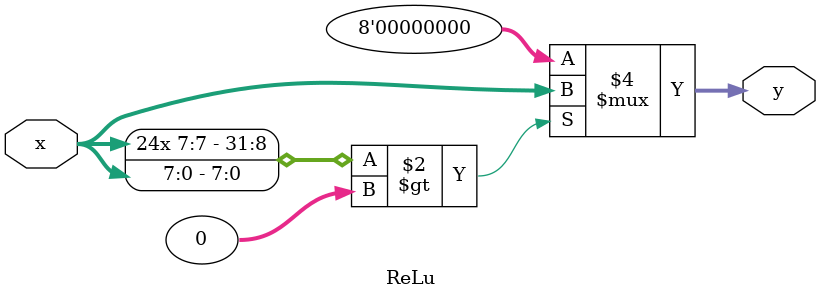
<source format=v>
`timescale 1ns / 1ps


module ReLu(y,x

    );
    input [7:0]x;
    output reg [7:0]y;
    
    always @*
    begin
    if ($signed(x)>0)
    y=x; 
    else
    y=0;
    end
endmodule

</source>
